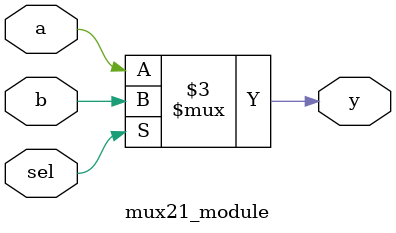
<source format=sv>
module top_module(
	input clk,
	input L,
	input q_in,
	input r_in,
	output reg Q);

	reg [2:0] q;

	// Submodule instance 1
	flipflop_module flipflop_1 (.clk(clk), .reset(L), .d(q_in), .q(q[0]));

	// Submodule instance 2
	mux21_module mux21_1 (.a(q[0]), .b(r_in), .sel(L), .y(q[1]));

	// Submodule instance 3
	flipflop_module flipflop_2 (.clk(clk), .reset(L), .d(q[1]), .q(q[2]));

	// Output assignment
	assign Q = q[2];

endmodule
module flipflop_module(
	input clk,
	input reset,
	input d,
	output reg q);
	
	always @(posedge clk) begin
		if (reset) begin
			q <= 1'b0;
		end else begin
			q <= d;
		end
	end
	
endmodule
module mux21_module(
	input a,
	input b,
	input sel,
	output reg y);
	
	always @(a, b, sel) begin
		if (sel) begin
			y <= b;
		end else begin
			y <= a;
		end
	end
	
endmodule

</source>
